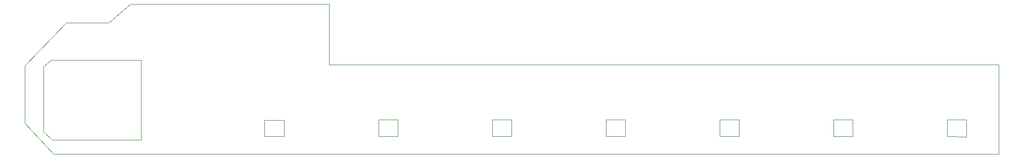
<source format=gbr>
%TF.GenerationSoftware,KiCad,Pcbnew,(5.1.6)-1*%
%TF.CreationDate,2022-02-11T00:07:08-06:00*%
%TF.ProjectId,Pikatea Macropad GB4,50696b61-7465-4612-904d-6163726f7061,rev?*%
%TF.SameCoordinates,Original*%
%TF.FileFunction,Profile,NP*%
%FSLAX46Y46*%
G04 Gerber Fmt 4.6, Leading zero omitted, Abs format (unit mm)*
G04 Created by KiCad (PCBNEW (5.1.6)-1) date 2022-02-11 00:07:08*
%MOMM*%
%LPD*%
G01*
G04 APERTURE LIST*
%TA.AperFunction,Profile*%
%ADD10C,0.050000*%
%TD*%
G04 APERTURE END LIST*
D10*
X246750000Y-111100000D02*
X243550000Y-111050000D01*
X246750000Y-108250000D02*
X246750000Y-111100000D01*
X243550000Y-108250000D02*
X246750000Y-108250000D01*
X243550000Y-111050000D02*
X243550000Y-108250000D01*
X227700000Y-108250000D02*
X224500000Y-108250000D01*
X227700000Y-111050000D02*
X227700000Y-108250000D01*
X224500000Y-111050000D02*
X227700000Y-111050000D01*
X224500000Y-108250000D02*
X224500000Y-111050000D01*
X208650000Y-108250000D02*
X205450000Y-108250000D01*
X208650000Y-111050000D02*
X208650000Y-108250000D01*
X205450000Y-111050000D02*
X208650000Y-111050000D01*
X205450000Y-108250000D02*
X205450000Y-111050000D01*
X186400000Y-108250000D02*
X186400000Y-111050000D01*
X189600000Y-108250000D02*
X186400000Y-108250000D01*
X189600000Y-111050000D02*
X189600000Y-108250000D01*
X186400000Y-111050000D02*
X189600000Y-111050000D01*
X170550000Y-108250000D02*
X167350000Y-108250000D01*
X170550000Y-111050000D02*
X170550000Y-108250000D01*
X167350000Y-111050000D02*
X170550000Y-111050000D01*
X167350000Y-108250000D02*
X167350000Y-111050000D01*
X151500000Y-108250000D02*
X148300000Y-108250000D01*
X151500000Y-111050000D02*
X151500000Y-108250000D01*
X148300000Y-111050000D02*
X151500000Y-111050000D01*
X148300000Y-108250000D02*
X148300000Y-111050000D01*
X252200000Y-99000000D02*
X252200000Y-114000000D01*
X132450000Y-108300000D02*
X129200000Y-108300000D01*
X132450000Y-111050000D02*
X132450000Y-108300000D01*
X129200000Y-111050000D02*
X132450000Y-111050000D01*
X129200000Y-108300000D02*
X129200000Y-111050000D01*
X92202000Y-99314000D02*
X93472000Y-98200000D01*
X140000000Y-88800000D02*
X140000000Y-99000000D01*
X140000000Y-99000000D02*
X252200000Y-99000000D01*
X103124000Y-92000000D02*
X106700000Y-88800000D01*
X96012000Y-92000000D02*
X103124000Y-92000000D01*
X89000000Y-99200000D02*
X96012000Y-92000000D01*
X89000000Y-108800000D02*
X93900000Y-114000000D01*
X93600000Y-111600000D02*
X108500000Y-111600000D01*
X92202000Y-110236000D02*
X93600000Y-111600000D01*
X92202000Y-99314000D02*
X92202000Y-110236000D01*
X108500000Y-98200000D02*
X93472000Y-98200000D01*
X108500000Y-111600000D02*
X108500000Y-98200000D01*
X140000000Y-88800000D02*
X106700000Y-88800000D01*
X89000000Y-99200000D02*
X89000000Y-108800000D01*
X252200000Y-114000000D02*
X93900000Y-114000000D01*
M02*

</source>
